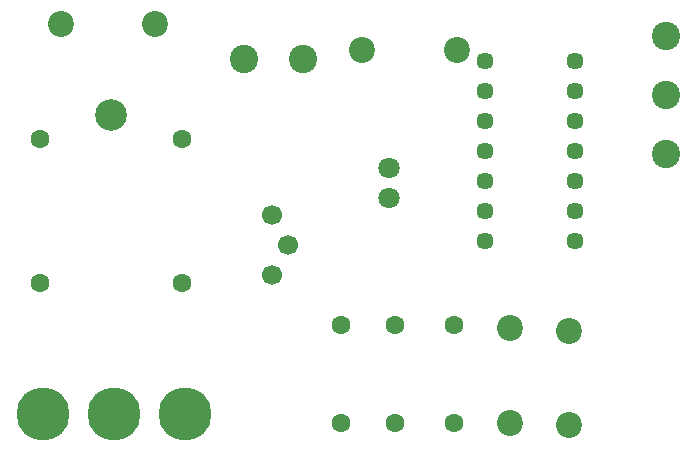
<source format=gbr>
%TF.GenerationSoftware,Altium Limited,Altium Designer,20.2.4 (192)*%
G04 Layer_Physical_Order=1*
G04 Layer_Color=255*
%FSLAX45Y45*%
%MOMM*%
%TF.SameCoordinates,BA2C786E-012B-4E8B-A1C9-5229AEE0ABBE*%
%TF.FilePolarity,Positive*%
%TF.FileFunction,Copper,L1,Top,Signal*%
%TF.Part,Single*%
G01*
G75*
%TA.AperFunction,ComponentPad*%
%ADD10C,2.20000*%
%ADD11C,2.40000*%
%ADD12C,1.45000*%
%ADD13C,1.60000*%
%ADD14C,1.80000*%
%ADD15C,1.70000*%
%ADD16C,2.68000*%
%ADD17C,4.50000*%
D10*
X3800400Y-525000D02*
D03*
X3000000D02*
D03*
X4250000Y-2875000D02*
D03*
Y-3675400D02*
D03*
X4750000Y-3700000D02*
D03*
Y-2899600D02*
D03*
X449600Y-300000D02*
D03*
X1250000D02*
D03*
D11*
X5575000Y-1400000D02*
D03*
Y-900000D02*
D03*
Y-400000D02*
D03*
X2000000Y-600000D02*
D03*
X2500000D02*
D03*
D12*
X4806000Y-613000D02*
D03*
Y-867000D02*
D03*
Y-1121000D02*
D03*
Y-1375000D02*
D03*
Y-1629000D02*
D03*
Y-1883000D02*
D03*
Y-2137000D02*
D03*
X4044000D02*
D03*
Y-1883000D02*
D03*
Y-1629000D02*
D03*
Y-1375000D02*
D03*
Y-1121000D02*
D03*
Y-867000D02*
D03*
Y-613000D02*
D03*
D13*
X3775000Y-2850000D02*
D03*
Y-3678000D02*
D03*
X3275000Y-3675000D02*
D03*
Y-2847000D02*
D03*
X2825000Y-3675000D02*
D03*
Y-2847000D02*
D03*
X275000Y-1275000D02*
D03*
X1475000D02*
D03*
X275000Y-2495000D02*
D03*
X1475000D02*
D03*
D14*
X3225000Y-1521000D02*
D03*
Y-1775000D02*
D03*
D15*
X2235300Y-2429000D02*
D03*
X2375000Y-2175000D02*
D03*
X2235300Y-1921000D02*
D03*
D16*
X875000Y-1075000D02*
D03*
D17*
X1500000Y-3600000D02*
D03*
X900000D02*
D03*
X300000D02*
D03*
%TF.MD5,29d12056998db76a30ab07b2e177a865*%
M02*

</source>
